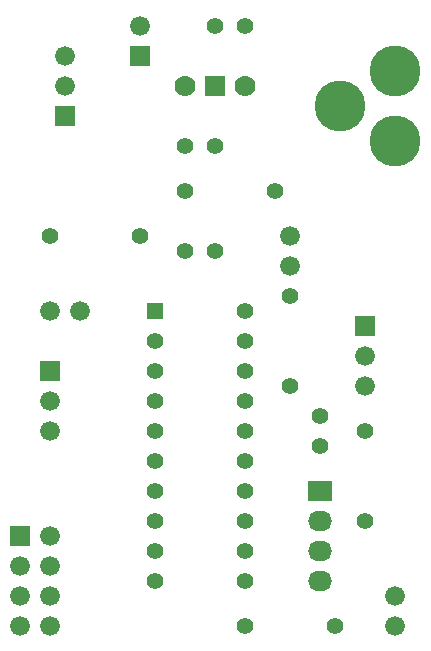
<source format=gts>
%FSLAX46Y46*%
G04 Gerber Fmt 4.6, Leading zero omitted, Abs format (unit mm)*
G04 Created by KiCad (PCBNEW (2014-10-04 BZR 5163)-product) date So 05 Okt 2014 16:09:57 CEST*
%MOMM*%
G01*
G04 APERTURE LIST*
%ADD10C,0.100000*%
%ADD11R,1.397000X1.397000*%
%ADD12C,1.397000*%
%ADD13C,1.676400*%
%ADD14C,1.778000*%
%ADD15R,1.778000X1.778000*%
%ADD16R,2.032000X1.727200*%
%ADD17O,2.032000X1.727200*%
%ADD18R,1.676400X1.676400*%
%ADD19C,4.318000*%
G04 APERTURE END LIST*
D10*
D11*
X116840000Y-77470000D03*
D12*
X116840000Y-80010000D03*
X116840000Y-82550000D03*
X116840000Y-85090000D03*
X116840000Y-87630000D03*
X116840000Y-90170000D03*
X116840000Y-92710000D03*
X116840000Y-95250000D03*
X116840000Y-97790000D03*
X116840000Y-100330000D03*
X124460000Y-100330000D03*
X124460000Y-97790000D03*
X124460000Y-95250000D03*
X124460000Y-92710000D03*
X124460000Y-90170000D03*
X124460000Y-87630000D03*
X124460000Y-85090000D03*
X124460000Y-82550000D03*
X124460000Y-80010000D03*
X124460000Y-77470000D03*
X119380000Y-72390000D03*
X121920000Y-72390000D03*
X124460000Y-53340000D03*
X121920000Y-53340000D03*
X119380000Y-63500000D03*
X121920000Y-63500000D03*
D13*
X137160000Y-104140000D03*
X137160000Y-101600000D03*
D12*
X124460000Y-104140000D03*
X132080000Y-104140000D03*
D14*
X124460000Y-58420000D03*
D15*
X121920000Y-58420000D03*
D14*
X119380000Y-58420000D03*
D12*
X134620000Y-87630000D03*
X134620000Y-95250000D03*
D16*
X130810000Y-92710000D03*
D17*
X130810000Y-95250000D03*
X130810000Y-97790000D03*
X130810000Y-100330000D03*
D12*
X130810000Y-88900000D03*
X130810000Y-86360000D03*
D18*
X109220000Y-60960000D03*
D13*
X109220000Y-58420000D03*
X109220000Y-55880000D03*
X107950000Y-77470000D03*
X110490000Y-77470000D03*
D12*
X107950000Y-71120000D03*
X115570000Y-71120000D03*
D13*
X128270000Y-71120000D03*
X128270000Y-73660000D03*
D12*
X119380000Y-67310000D03*
X127000000Y-67310000D03*
D13*
X105410000Y-104140000D03*
X107950000Y-104140000D03*
X107950000Y-101600000D03*
X105410000Y-101600000D03*
X105410000Y-99060000D03*
X107950000Y-99060000D03*
X107950000Y-96520000D03*
D18*
X105410000Y-96520000D03*
X107950000Y-82550000D03*
D13*
X107950000Y-85090000D03*
X107950000Y-87630000D03*
D18*
X134620000Y-78740000D03*
D13*
X134620000Y-81280000D03*
X134620000Y-83820000D03*
D12*
X128270000Y-76200000D03*
X128270000Y-83820000D03*
D19*
X137160000Y-57150000D03*
X137160000Y-63150000D03*
X132460000Y-60150000D03*
D18*
X115570000Y-55880000D03*
D13*
X115570000Y-53340000D03*
M02*

</source>
